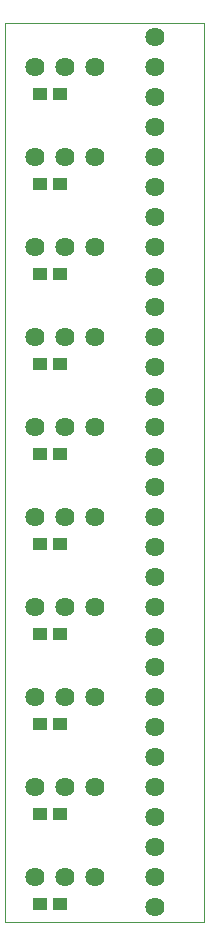
<source format=gts>
G75*
%MOIN*%
%OFA0B0*%
%FSLAX24Y24*%
%IPPOS*%
%LPD*%
%AMOC8*
5,1,8,0,0,1.08239X$1,22.5*
%
%ADD10C,0.0000*%
%ADD11C,0.0640*%
%ADD12R,0.0473X0.0434*%
D10*
X000100Y000125D02*
X000100Y030121D01*
X006720Y030121D01*
X006720Y000125D01*
X000100Y000125D01*
D11*
X001100Y001625D03*
X001100Y004625D03*
X001100Y007625D03*
X001100Y010625D03*
X001100Y013625D03*
X001100Y016625D03*
X001100Y019625D03*
X001100Y022625D03*
X001100Y025625D03*
X001100Y028625D03*
X002100Y028625D03*
X002100Y025625D03*
X002100Y022625D03*
X002100Y019625D03*
X002100Y016625D03*
X002100Y013625D03*
X002100Y010625D03*
X002100Y007625D03*
X002100Y004625D03*
X002100Y001625D03*
X003100Y001625D03*
X003100Y004625D03*
X003100Y007625D03*
X003100Y010625D03*
X003100Y013625D03*
X003100Y016625D03*
X003100Y019625D03*
X003100Y022625D03*
X003100Y025625D03*
X003100Y028625D03*
X005100Y028625D03*
X005100Y027625D03*
X005100Y026625D03*
X005100Y025625D03*
X005100Y024625D03*
X005100Y023625D03*
X005100Y022625D03*
X005100Y021625D03*
X005100Y020625D03*
X005100Y019625D03*
X005100Y018625D03*
X005100Y017625D03*
X005100Y016625D03*
X005100Y015625D03*
X005100Y014625D03*
X005100Y013625D03*
X005100Y012625D03*
X005100Y011625D03*
X005100Y010625D03*
X005100Y009625D03*
X005100Y008625D03*
X005100Y007625D03*
X005100Y006625D03*
X005100Y005625D03*
X005100Y004625D03*
X005100Y003625D03*
X005100Y002625D03*
X005100Y001625D03*
X005100Y000625D03*
X005100Y029625D03*
D12*
X001935Y027750D03*
X001265Y027750D03*
X001265Y024750D03*
X001935Y024750D03*
X001935Y021750D03*
X001935Y018750D03*
X001265Y018750D03*
X001265Y021750D03*
X001265Y015750D03*
X001935Y015750D03*
X001935Y012750D03*
X001265Y012750D03*
X001265Y009750D03*
X001935Y009750D03*
X001935Y006750D03*
X001265Y006750D03*
X001265Y003750D03*
X001935Y003750D03*
X001935Y000750D03*
X001265Y000750D03*
M02*

</source>
